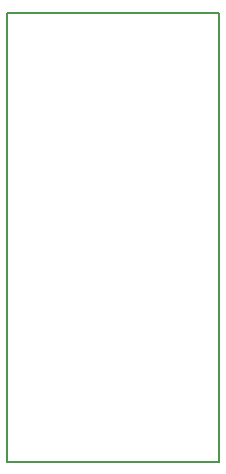
<source format=gbr>
G04 #@! TF.GenerationSoftware,KiCad,Pcbnew,(5.0.0)*
G04 #@! TF.CreationDate,2019-03-20T16:29:36+03:00*
G04 #@! TF.ProjectId,__________ 2_419__293__11__,1F354035453E343D383A20321C343139,rev?*
G04 #@! TF.SameCoordinates,Original*
G04 #@! TF.FileFunction,Profile,NP*
%FSLAX46Y46*%
G04 Gerber Fmt 4.6, Leading zero omitted, Abs format (unit mm)*
G04 Created by KiCad (PCBNEW (5.0.0)) date 03/20/19 16:29:36*
%MOMM*%
%LPD*%
G01*
G04 APERTURE LIST*
%ADD10C,0.200000*%
G04 APERTURE END LIST*
D10*
X156500000Y-78000000D02*
X174500000Y-78000000D01*
X156500000Y-40000000D02*
X156500000Y-78000000D01*
X174500000Y-40000000D02*
X156500000Y-40000000D01*
X174500000Y-78000000D02*
X174500000Y-40000000D01*
M02*

</source>
